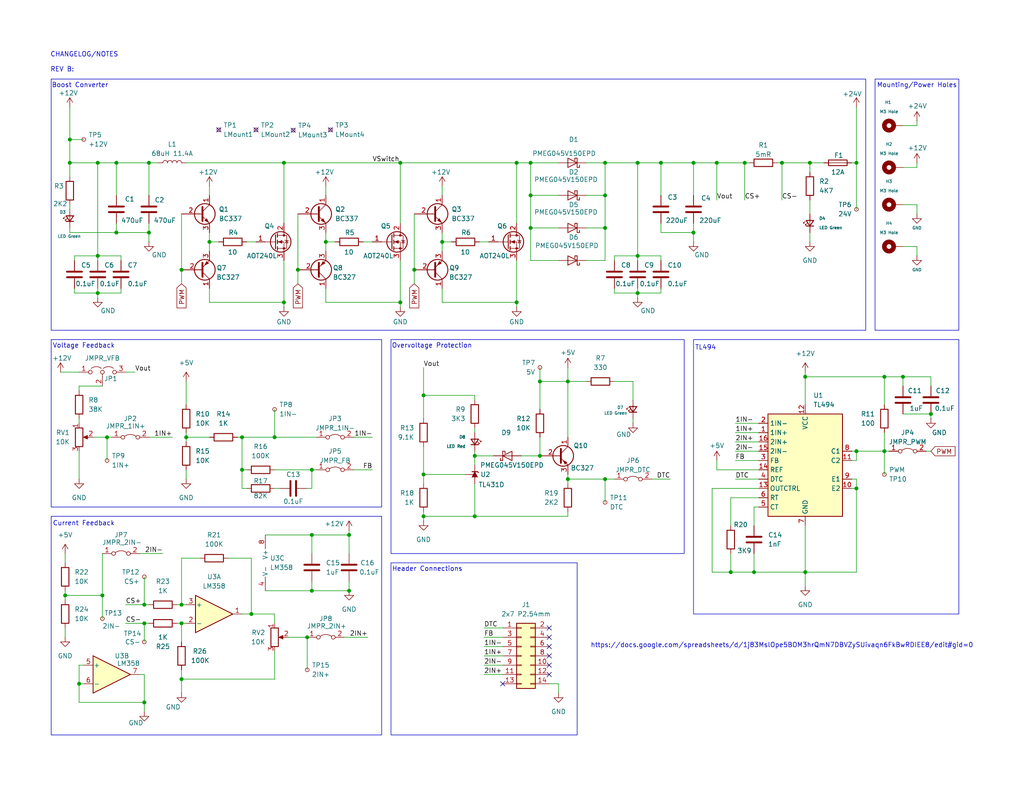
<source format=kicad_sch>
(kicad_sch (version 20231120) (generator "eeschema") (generator_version "8.0")
  (paper "USLetter")
  (title_block (title "Main"))
  (junction (at 140.97 82.55))
  (junction (at 26.67 80.01))
  (junction (at 26.67 44.45))
  (junction (at 173.99 44.45))
  (junction (at 165.1 44.45))
  (junction (at 66.04 119.38))
  (junction (at 83.82 173.99))
  (junction (at 115.57 140.97))
  (junction (at 241.3 102.87))
  (junction (at 40.64 63.5))
  (junction (at 195.58 44.45))
  (junction (at 254 113.03))
  (junction (at 85.09 146.05))
  (junction (at 39.37 165.1))
  (junction (at 147.32 124.46))
  (junction (at 88.9 66.04))
  (junction (at 74.93 119.38))
  (junction (at 144.78 53.34))
  (junction (at 39.37 170.18))
  (junction (at 17.78 162.56))
  (junction (at 19.05 44.45))
  (junction (at 109.22 44.45))
  (junction (at 49.53 185.42))
  (junction (at 49.53 73.66))
  (junction (at 213.36 44.45))
  (junction (at 27.94 162.56))
  (junction (at 26.67 69.85))
  (junction (at 31.75 44.45))
  (junction (at 180.34 44.45))
  (junction (at 66.04 128.27))
  (junction (at 189.23 63.5))
  (junction (at 40.64 44.45))
  (junction (at 129.54 140.97))
  (junction (at 95.25 146.05))
  (junction (at 29.21 119.38))
  (junction (at 154.94 104.14))
  (junction (at 113.03 73.66))
  (junction (at 165.1 130.81))
  (junction (at 233.68 44.45))
  (junction (at 173.99 80.01))
  (junction (at 173.99 69.85))
  (junction (at 81.28 73.66))
  (junction (at 57.15 66.04))
  (junction (at 144.78 44.45))
  (junction (at 205.74 156.21))
  (junction (at 49.53 170.18))
  (junction (at 199.39 156.21))
  (junction (at 50.8 119.38))
  (junction (at 115.57 107.95))
  (junction (at 219.71 156.21))
  (junction (at 246.38 102.87))
  (junction (at 77.47 44.45))
  (junction (at 129.54 124.46))
  (junction (at 147.32 104.14))
  (junction (at 31.75 63.5))
  (junction (at 39.37 191.77))
  (junction (at 219.71 102.87))
  (junction (at 49.53 165.1))
  (junction (at 68.58 167.64))
  (junction (at 85.09 161.29))
  (junction (at 165.1 53.34))
  (junction (at 95.25 161.29))
  (junction (at 241.3 123.19))
  (junction (at 85.09 128.27))
  (junction (at 233.68 133.35))
  (junction (at 77.47 82.55))
  (junction (at 140.97 44.45))
  (junction (at 165.1 62.23))
  (junction (at 115.57 129.54))
  (junction (at 144.78 62.23))
  (junction (at 154.94 130.81))
  (junction (at 233.68 123.19))
  (junction (at 109.22 82.55))
  (junction (at 203.2 44.45))
  (junction (at 21.59 186.69))
  (junction (at 189.23 44.45))
  (junction (at 19.05 38.1))
  (junction (at 220.98 44.45))
  (junction (at 120.65 66.04))
  (no_connect (at 149.86 171.45))
  (no_connect (at 90.1729 35.4479))
  (no_connect (at 137.16 186.69))
  (no_connect (at 149.86 179.07))
  (no_connect (at 69.8529 35.4479))
  (no_connect (at 149.86 181.61))
  (no_connect (at 80.01 35.56))
  (no_connect (at 149.86 184.15))
  (no_connect (at 59.6929 35.4479))
  (no_connect (at 149.86 173.99))
  (no_connect (at 149.86 176.53))
  (wire (pts (xy 33.02 71.12) (xy 33.02 69.85)))
  (wire (pts (xy 220.98 44.45) (xy 220.98 46.99)))
  (wire (pts (xy 68.58 152.4) (xy 68.58 167.64)))
  (wire (pts (xy 127 129.54) (xy 115.57 129.54)))
  (wire (pts (xy 74.93 177.8) (xy 74.93 185.42)))
  (wire (pts (xy 66.04 119.38) (xy 74.93 119.38)))
  (wire (pts (xy 246.38 102.87) (xy 254 102.87)))
  (wire (pts (xy 95.25 161.29) (xy 95.25 158.75)))
  (wire (pts (xy 173.99 44.45) (xy 173.99 69.85)))
  (wire (pts (xy 246.38 67.31) (xy 250.19 67.31)))
  (wire (pts (xy 220.98 63.5) (xy 220.98 66.04)))
  (wire (pts (xy 85.09 146.05) (xy 85.09 151.13)))
  (wire (pts (xy 21.59 186.69) (xy 22.86 186.69)))
  (wire (pts (xy 17.78 162.56) (xy 27.94 162.56)))
  (wire (pts (xy 132.08 184.15) (xy 137.16 184.15)))
  (wire (pts (xy 152.4 186.69) (xy 152.4 189.23)))
  (wire (pts (xy 246.38 34.29) (xy 250.19 34.29)))
  (wire (pts (xy 72.39 161.29) (xy 85.09 161.29)))
  (wire (pts (xy 200.66 115.57) (xy 207.01 115.57)))
  (wire (pts (xy 165.1 130.81) (xy 167.64 130.81)))
  (wire (pts (xy 233.68 29.21) (xy 233.68 44.45)))
  (wire (pts (xy 109.22 44.45) (xy 140.97 44.45)))
  (wire (pts (xy 212.09 44.45) (xy 213.36 44.45)))
  (wire (pts (xy 26.67 44.45) (xy 31.75 44.45)))
  (wire (pts (xy 200.66 120.65) (xy 207.01 120.65)))
  (wire (pts (xy 147.32 104.14) (xy 154.94 104.14)))
  (wire (pts (xy 194.31 133.35) (xy 207.01 133.35)))
  (wire (pts (xy 21.59 186.69) (xy 21.59 191.77)))
  (wire (pts (xy 154.94 129.54) (xy 154.94 130.81)))
  (wire (pts (xy 19.05 29.21) (xy 19.05 38.1)))
  (wire (pts (xy 165.1 62.23) (xy 165.1 53.34)))
  (wire (pts (xy 25.4 119.38) (xy 29.21 119.38)))
  (wire (pts (xy 140.97 44.45) (xy 140.97 60.96)))
  (wire (pts (xy 254 105.41) (xy 254 102.87)))
  (wire (pts (xy 88.9 63.5) (xy 88.9 66.04)))
  (wire (pts (xy 154.94 104.14) (xy 160.02 104.14)))
  (wire (pts (xy 19.05 48.26) (xy 19.05 44.45)))
  (wire (pts (xy 241.3 123.19) (xy 242.57 123.19)))
  (wire (pts (xy 205.74 138.43) (xy 205.74 143.51)))
  (wire (pts (xy 39.37 170.18) (xy 39.37 175.26)))
  (wire (pts (xy 16.51 101.6) (xy 21.59 101.6)))
  (wire (pts (xy 140.97 82.55) (xy 140.97 83.82)))
  (wire (pts (xy 19.05 62.23) (xy 19.05 63.5)))
  (wire (pts (xy 165.1 71.12) (xy 165.1 62.23)))
  (wire (pts (xy 67.31 66.04) (xy 69.85 66.04)))
  (wire (pts (xy 194.31 133.35) (xy 194.31 156.21)))
  (wire (pts (xy 167.64 69.85) (xy 173.99 69.85)))
  (wire (pts (xy 154.94 100.33) (xy 154.94 104.14)))
  (wire (pts (xy 85.09 133.35) (xy 85.09 128.27)))
  (wire (pts (xy 205.74 156.21) (xy 219.71 156.21)))
  (wire (pts (xy 83.82 133.35) (xy 85.09 133.35)))
  (wire (pts (xy 130.81 66.04) (xy 133.35 66.04)))
  (wire (pts (xy 233.68 156.21) (xy 219.71 156.21)))
  (wire (pts (xy 213.36 44.45) (xy 213.36 54.61)))
  (wire (pts (xy 180.34 80.01) (xy 180.34 78.74)))
  (wire (pts (xy 129.54 123.19) (xy 129.54 124.46)))
  (wire (pts (xy 160.02 44.45) (xy 165.1 44.45)))
  (wire (pts (xy 19.05 44.45) (xy 26.67 44.45)))
  (wire (pts (xy 86.36 128.27) (xy 85.09 128.27)))
  (wire (pts (xy 20.32 80.01) (xy 26.67 80.01)))
  (wire (pts (xy 167.64 78.74) (xy 167.64 80.01)))
  (wire (pts (xy 85.09 146.05) (xy 95.25 146.05)))
  (wire (pts (xy 140.97 44.45) (xy 144.78 44.45)))
  (wire (pts (xy 57.15 78.74) (xy 57.15 82.55)))
  (wire (pts (xy 203.2 44.45) (xy 203.2 54.61)))
  (wire (pts (xy 172.72 114.3) (xy 172.72 115.57)))
  (wire (pts (xy 62.23 152.4) (xy 68.58 152.4)))
  (wire (pts (xy 81.28 58.42) (xy 81.28 73.66)))
  (wire (pts (xy 21.59 181.61) (xy 21.59 186.69)))
  (wire (pts (xy 21.59 114.3) (xy 21.59 115.57)))
  (wire (pts (xy 49.53 165.1) (xy 48.26 165.1)))
  (wire (pts (xy 68.58 167.64) (xy 66.04 167.64)))
  (wire (pts (xy 57.15 82.55) (xy 77.47 82.55)))
  (wire (pts (xy 109.22 82.55) (xy 109.22 83.82)))
  (wire (pts (xy 144.78 62.23) (xy 152.4 62.23)))
  (wire (pts (xy 195.58 128.27) (xy 207.01 128.27)))
  (wire (pts (xy 17.78 161.29) (xy 17.78 162.56)))
  (wire (pts (xy 66.04 119.38) (xy 66.04 128.27)))
  (wire (pts (xy 74.93 167.64) (xy 74.93 170.18)))
  (wire (pts (xy 49.53 170.18) (xy 48.26 170.18)))
  (wire (pts (xy 144.78 53.34) (xy 144.78 62.23)))
  (wire (pts (xy 39.37 157.48) (xy 39.37 165.1)))
  (wire (pts (xy 152.4 53.34) (xy 144.78 53.34)))
  (wire (pts (xy 77.47 82.55) (xy 77.47 83.82)))
  (wire (pts (xy 220.98 54.61) (xy 220.98 58.42)))
  (wire (pts (xy 172.72 104.14) (xy 172.72 109.22)))
  (wire (pts (xy 129.54 124.46) (xy 129.54 127)))
  (wire (pts (xy 40.64 44.45) (xy 43.18 44.45)))
  (wire (pts (xy 200.66 123.19) (xy 207.01 123.19)))
  (wire (pts (xy 57.15 66.04) (xy 59.69 66.04)))
  (wire (pts (xy 74.93 111.76) (xy 74.93 119.38)))
  (wire (pts (xy 21.59 123.19) (xy 21.59 130.81)))
  (wire (pts (xy 173.99 71.12) (xy 173.99 69.85)))
  (wire (pts (xy 95.25 146.05) (xy 95.25 151.13)))
  (wire (pts (xy 199.39 156.21) (xy 205.74 156.21)))
  (wire (pts (xy 129.54 132.08) (xy 129.54 140.97)))
  (wire (pts (xy 180.34 53.34) (xy 180.34 44.45)))
  (wire (pts (xy 77.47 44.45) (xy 109.22 44.45)))
  (wire (pts (xy 180.34 71.12) (xy 180.34 69.85)))
  (wire (pts (xy 250.19 67.31) (xy 250.19 69.85)))
  (wire (pts (xy 19.05 38.1) (xy 22.86 38.1)))
  (wire (pts (xy 194.31 156.21) (xy 199.39 156.21)))
  (wire (pts (xy 233.68 123.19) (xy 232.41 123.19)))
  (wire (pts (xy 129.54 140.97) (xy 115.57 140.97)))
  (wire (pts (xy 120.65 82.55) (xy 140.97 82.55)))
  (wire (pts (xy 113.03 58.42) (xy 113.03 73.66)))
  (wire (pts (xy 49.53 185.42) (xy 49.53 189.23)))
  (wire (pts (xy 77.47 44.45) (xy 77.47 60.96)))
  (wire (pts (xy 147.32 124.46) (xy 142.24 124.46)))
  (wire (pts (xy 33.02 69.85) (xy 26.67 69.85)))
  (wire (pts (xy 250.19 45.72) (xy 246.38 45.72)))
  (wire (pts (xy 40.64 60.96) (xy 40.64 63.5)))
  (wire (pts (xy 144.78 44.45) (xy 144.78 53.34)))
  (wire (pts (xy 17.78 171.45) (xy 17.78 173.99)))
  (wire (pts (xy 246.38 55.88) (xy 250.19 55.88)))
  (wire (pts (xy 232.41 125.73) (xy 233.68 125.73)))
  (wire (pts (xy 26.67 71.12) (xy 26.67 69.85)))
  (wire (pts (xy 17.78 162.56) (xy 17.78 163.83)))
  (wire (pts (xy 19.05 55.88) (xy 19.05 57.15)))
  (wire (pts (xy 120.65 66.04) (xy 123.19 66.04)))
  (wire (pts (xy 29.21 119.38) (xy 29.21 125.73)))
  (wire (pts (xy 27.94 105.41) (xy 21.59 105.41)))
  (wire (pts (xy 31.75 63.5) (xy 40.64 63.5)))
  (wire (pts (xy 19.05 63.5) (xy 31.75 63.5)))
  (wire (pts (xy 115.57 139.7) (xy 115.57 140.97)))
  (wire (pts (xy 195.58 125.73) (xy 195.58 128.27)))
  (wire (pts (xy 180.34 60.96) (xy 180.34 63.5)))
  (wire (pts (xy 120.65 50.8) (xy 120.65 53.34)))
  (wire (pts (xy 132.08 173.99) (xy 137.16 173.99)))
  (wire (pts (xy 246.38 102.87) (xy 246.38 105.41)))
  (wire (pts (xy 39.37 170.18) (xy 40.64 170.18)))
  (wire (pts (xy 189.23 44.45) (xy 195.58 44.45)))
  (wire (pts (xy 115.57 129.54) (xy 115.57 132.08)))
  (wire (pts (xy 189.23 63.5) (xy 189.23 66.04)))
  (wire (pts (xy 180.34 69.85) (xy 173.99 69.85)))
  (wire (pts (xy 49.53 152.4) (xy 49.53 165.1)))
  (wire (pts (xy 34.29 165.1) (xy 39.37 165.1)))
  (wire (pts (xy 120.65 78.74) (xy 120.65 82.55)))
  (wire (pts (xy 68.58 167.64) (xy 74.93 167.64)))
  (wire (pts (xy 154.94 104.14) (xy 154.94 119.38)))
  (wire (pts (xy 115.57 121.92) (xy 115.57 129.54)))
  (wire (pts (xy 64.77 119.38) (xy 66.04 119.38)))
  (wire (pts (xy 233.68 125.73) (xy 233.68 123.19)))
  (wire (pts (xy 109.22 71.12) (xy 109.22 82.55)))
  (wire (pts (xy 147.32 119.38) (xy 147.32 124.46)))
  (wire (pts (xy 39.37 184.15) (xy 38.1 184.15)))
  (wire (pts (xy 165.1 53.34) (xy 165.1 44.45)))
  (wire (pts (xy 29.21 119.38) (xy 30.48 119.38)))
  (wire (pts (xy 189.23 60.96) (xy 189.23 63.5)))
  (wire (pts (xy 54.61 152.4) (xy 49.53 152.4)))
  (wire (pts (xy 241.3 102.87) (xy 246.38 102.87)))
  (wire (pts (xy 189.23 53.34) (xy 189.23 44.45)))
  (wire (pts (xy 173.99 80.01) (xy 173.99 81.28)))
  (wire (pts (xy 96.52 119.38) (xy 101.6 119.38)))
  (wire (pts (xy 213.36 44.45) (xy 220.98 44.45)))
  (wire (pts (xy 254 114.3) (xy 254 113.03)))
  (wire (pts (xy 120.65 66.04) (xy 120.65 68.58)))
  (wire (pts (xy 113.03 73.66) (xy 113.03 77.47)))
  (wire (pts (xy 50.8 118.11) (xy 50.8 119.38)))
  (wire (pts (xy 20.32 69.85) (xy 26.67 69.85)))
  (wire (pts (xy 66.04 133.35) (xy 67.31 133.35)))
  (wire (pts (xy 31.75 44.45) (xy 31.75 53.34)))
  (wire (pts (xy 81.28 73.66) (xy 81.28 77.47)))
  (wire (pts (xy 109.22 44.45) (xy 109.22 60.96)))
  (wire (pts (xy 233.68 130.81) (xy 233.68 133.35)))
  (wire (pts (xy 200.66 130.81) (xy 207.01 130.81)))
  (wire (pts (xy 177.8 130.81) (xy 182.88 130.81)))
  (wire (pts (xy 250.19 55.88) (xy 250.19 58.42)))
  (wire (pts (xy 39.37 165.1) (xy 40.64 165.1)))
  (wire (pts (xy 219.71 101.6) (xy 219.71 102.87)))
  (wire (pts (xy 132.08 171.45) (xy 137.16 171.45)))
  (wire (pts (xy 33.02 80.01) (xy 33.02 78.74)))
  (wire (pts (xy 50.8 165.1) (xy 49.53 165.1)))
  (wire (pts (xy 160.02 71.12) (xy 165.1 71.12)))
  (wire (pts (xy 49.53 185.42) (xy 74.93 185.42)))
  (wire (pts (xy 250.19 44.45) (xy 250.19 45.72)))
  (wire (pts (xy 154.94 140.97) (xy 129.54 140.97)))
  (wire (pts (xy 38.1 151.13) (xy 44.45 151.13)))
  (wire (pts (xy 147.32 104.14) (xy 147.32 111.76)))
  (wire (pts (xy 96.52 128.27) (xy 101.6 128.27)))
  (wire (pts (xy 34.29 170.18) (xy 39.37 170.18)))
  (wire (pts (xy 49.53 58.42) (xy 49.53 73.66)))
  (wire (pts (xy 74.93 119.38) (xy 86.36 119.38)))
  (wire (pts (xy 219.71 156.21) (xy 219.71 160.02)))
  (wire (pts (xy 26.67 80.01) (xy 26.67 81.28)))
  (wire (pts (xy 134.62 124.46) (xy 129.54 124.46)))
  (wire (pts (xy 195.58 44.45) (xy 203.2 44.45)))
  (wire (pts (xy 88.9 50.8) (xy 88.9 53.34)))
  (wire (pts (xy 49.53 170.18) (xy 49.53 175.26)))
  (wire (pts (xy 200.66 125.73) (xy 207.01 125.73)))
  (wire (pts (xy 115.57 140.97) (xy 115.57 142.24)))
  (wire (pts (xy 50.8 119.38) (xy 57.15 119.38)))
  (wire (pts (xy 99.06 66.04) (xy 101.6 66.04)))
  (wire (pts (xy 165.1 44.45) (xy 173.99 44.45)))
  (wire (pts (xy 34.29 101.6) (xy 36.83 101.6)))
  (wire (pts (xy 167.64 71.12) (xy 167.64 69.85)))
  (wire (pts (xy 120.65 63.5) (xy 120.65 66.04)))
  (wire (pts (xy 57.15 50.8) (xy 57.15 53.34)))
  (wire (pts (xy 154.94 140.97) (xy 154.94 139.7)))
  (wire (pts (xy 250.19 34.29) (xy 250.19 33.02)))
  (wire (pts (xy 233.68 133.35) (xy 233.68 156.21)))
  (wire (pts (xy 207.01 138.43) (xy 205.74 138.43)))
  (wire (pts (xy 219.71 102.87) (xy 241.3 102.87)))
  (wire (pts (xy 233.68 123.19) (xy 241.3 123.19)))
  (wire (pts (xy 160.02 62.23) (xy 165.1 62.23)))
  (wire (pts (xy 88.9 82.55) (xy 109.22 82.55)))
  (wire (pts (xy 132.08 176.53) (xy 137.16 176.53)))
  (wire (pts (xy 233.68 44.45) (xy 232.41 44.45)))
  (wire (pts (xy 95.25 144.78) (xy 95.25 146.05)))
  (wire (pts (xy 207.01 135.89) (xy 199.39 135.89)))
  (wire (pts (xy 173.99 80.01) (xy 180.34 80.01)))
  (wire (pts (xy 49.53 73.66) (xy 49.53 77.47)))
  (wire (pts (xy 199.39 135.89) (xy 199.39 143.51)))
  (wire (pts (xy 246.38 113.03) (xy 254 113.03)))
  (wire (pts (xy 167.64 80.01) (xy 173.99 80.01)))
  (wire (pts (xy 160.02 53.34) (xy 165.1 53.34)))
  (wire (pts (xy 50.8 44.45) (xy 77.47 44.45)))
  (wire (pts (xy 49.53 182.88) (xy 49.53 185.42)))
  (wire (pts (xy 204.47 44.45) (xy 203.2 44.45)))
  (wire (pts (xy 85.09 161.29) (xy 95.25 161.29)))
  (wire (pts (xy 144.78 71.12) (xy 152.4 71.12)))
  (wire (pts (xy 144.78 62.23) (xy 144.78 71.12)))
  (wire (pts (xy 233.68 44.45) (xy 233.68 57.15)))
  (wire (pts (xy 173.99 44.45) (xy 180.34 44.45)))
  (wire (pts (xy 88.9 66.04) (xy 88.9 68.58)))
  (wire (pts (xy 93.98 173.99) (xy 100.33 173.99)))
  (wire (pts (xy 200.66 118.11) (xy 207.01 118.11)))
  (wire (pts (xy 31.75 44.45) (xy 40.64 44.45)))
  (wire (pts (xy 180.34 63.5) (xy 189.23 63.5)))
  (wire (pts (xy 74.93 128.27) (xy 85.09 128.27)))
  (wire (pts (xy 219.71 143.51) (xy 219.71 156.21)))
  (wire (pts (xy 129.54 107.95) (xy 115.57 107.95)))
  (wire (pts (xy 50.8 119.38) (xy 50.8 120.65)))
  (wire (pts (xy 57.15 66.04) (xy 57.15 68.58)))
  (wire (pts (xy 129.54 116.84) (xy 129.54 118.11)))
  (wire (pts (xy 39.37 184.15) (xy 39.37 191.77)))
  (wire (pts (xy 220.98 44.45) (xy 224.79 44.45)))
  (wire (pts (xy 85.09 161.29) (xy 85.09 158.75)))
  (wire (pts (xy 50.8 104.14) (xy 50.8 110.49)))
  (wire (pts (xy 20.32 78.74) (xy 20.32 80.01)))
  (wire (pts (xy 241.3 118.11) (xy 241.3 123.19)))
  (wire (pts (xy 252.73 123.19) (xy 254 123.19)))
  (wire (pts (xy 241.3 102.87) (xy 241.3 110.49)))
  (wire (pts (xy 189.23 44.45) (xy 180.34 44.45)))
  (wire (pts (xy 26.67 80.01) (xy 33.02 80.01)))
  (wire (pts (xy 219.71 102.87) (xy 219.71 110.49)))
  (wire (pts (xy 205.74 151.13) (xy 205.74 156.21)))
  (wire (pts (xy 78.74 173.99) (xy 83.82 173.99)))
  (wire (pts (xy 40.64 119.38) (xy 46.99 119.38)))
  (wire (pts (xy 26.67 78.74) (xy 26.67 80.01)))
  (wire (pts (xy 165.1 130.81) (xy 165.1 137.16)))
  (wire (pts (xy 66.04 128.27) (xy 67.31 128.27)))
  (wire (pts (xy 132.08 181.61) (xy 137.16 181.61)))
  (wire (pts (xy 172.72 104.14) (xy 167.64 104.14)))
  (wire (pts (xy 149.86 186.69) (xy 152.4 186.69)))
  (wire (pts (xy 115.57 107.95) (xy 115.57 114.3)))
  (wire (pts (xy 241.3 123.19) (xy 241.3 129.54)))
  (wire (pts (xy 129.54 109.22) (xy 129.54 107.95)))
  (wire (pts (xy 144.78 44.45) (xy 152.4 44.45)))
  (wire (pts (xy 233.68 133.35) (xy 232.41 133.35)))
  (wire (pts (xy 50.8 128.27) (xy 50.8 130.81)))
  (wire (pts (xy 50.8 170.18) (xy 49.53 170.18)))
  (wire (pts (xy 83.82 173.99) (xy 83.82 182.88)))
  (wire (pts (xy 88.9 78.74) (xy 88.9 82.55)))
  (wire (pts (xy 27.94 151.13) (xy 27.94 162.56)))
  (wire (pts (xy 195.58 44.45) (xy 195.58 54.61)))
  (wire (pts (xy 39.37 191.77) (xy 39.37 194.31)))
  (wire (pts (xy 19.05 38.1) (xy 19.05 44.45)))
  (wire (pts (xy 154.94 130.81) (xy 154.94 132.08)))
  (wire (pts (xy 40.64 44.45) (xy 40.64 53.34)))
  (wire (pts (xy 115.57 100.33) (xy 115.57 107.95)))
  (wire (pts (xy 66.04 128.27) (xy 66.04 133.35)))
  (wire (pts (xy 21.59 191.77) (xy 39.37 191.77)))
  (wire (pts (xy 88.9 66.04) (xy 91.44 66.04)))
  (wire (pts (xy 26.67 44.45) (xy 26.67 69.85)))
  (wire (pts (xy 31.75 60.96) (xy 31.75 63.5)))
  (wire (pts (xy 17.78 151.13) (xy 17.78 153.67)))
  (wire (pts (xy 40.64 63.5) (xy 40.64 66.04)))
  (wire (pts (xy 199.39 151.13) (xy 199.39 156.21)))
  (wire (pts (xy 72.39 146.05) (xy 85.09 146.05)))
  (wire (pts (xy 233.68 130.81) (xy 232.41 130.81)))
  (wire (pts (xy 57.15 63.5) (xy 57.15 66.04)))
  (wire (pts (xy 154.94 130.81) (xy 165.1 130.81)))
  (wire (pts (xy 20.32 71.12) (xy 20.32 69.85)))
  (wire (pts (xy 132.08 179.07) (xy 137.16 179.07)))
  (wire (pts (xy 140.97 71.12) (xy 140.97 82.55)))
  (wire (pts (xy 147.32 100.33) (xy 147.32 104.14)))
  (wire (pts (xy 74.93 133.35) (xy 76.2 133.35)))
  (wire (pts (xy 21.59 105.41) (xy 21.59 106.68)))
  (wire (pts (xy 77.47 71.12) (xy 77.47 82.55)))
  (wire (pts (xy 173.99 78.74) (xy 173.99 80.01)))
  (wire (pts (xy 27.94 162.56) (xy 27.94 168.91)))
  (wire (pts (xy 21.59 181.61) (xy 22.86 181.61)))
  (rectangle (start 238.76 21.59) (end 261.62 90.17))
  (rectangle (start 189.23 92.71) (end 261.62 167.64))
  (rectangle (start 13.97 140.97) (end 104.14 200.66))
  (rectangle (start 106.68 153.67) (end 157.48 200.66))
  (rectangle (start 13.97 21.59) (end 236.22 90.17))
  (rectangle (start 106.68 92.71) (end 186.69 151.13))
  (rectangle (start 13.97 92.71) (end 104.14 138.43))
  (text "TL494" (at 192.532 94.996 0) (effects (font (size 1.27 1.27))))
  (text "Boost Converter\n" (at 21.844 23.368 0) (effects (font (size 1.27 1.27))))
  (text "https://docs.google.com/spreadsheets/d/1j83MslOpe5BOM3hrQmN7DBVZySUivaqn6FkBwRDIEE8/edit#gid=0" (at 213.36 176.276 0) (effects (font (size 1.27 1.27))))
  (text "Voltage Feedback\n" (at 22.86 94.488 0) (effects (font (size 1.27 1.27))))
  (text "Mounting/Power Holes" (at 250.19 23.368 0) (effects (font (size 1.27 1.27))))
  (text "Overvoltage Protection" (at 117.856 94.488 0) (effects (font (size 1.27 1.27))))
  (text "Current Feedback\n" (at 22.86 143.002 0) (effects (font (size 1.27 1.27))))
  (text "Header Connections" (at 116.586 155.448 0) (effects (font (size 1.27 1.27))))
  (text "CHANGELOG/NOTES\n\nREV B: " (at 13.716 19.812 0) (effects (font (size 1.27 1.27)) (justify left bottom)))
  (label "FB" (at 200.66 125.73 0))
  (label "1IN-" (at 200.66 115.57 0))
  (label "1IN+" (at 200.66 118.11 0))
  (label "1IN+" (at 46.99 119.38 180))
  (label "Vout" (at 195.58 54.61 0))
  (label "1IN-" (at 101.6 119.38 180))
  (label "2IN+" (at 100.33 173.99 180))
  (label "Vout" (at 115.57 100.33 0))
  (label "2IN-" (at 132.08 181.61 0))
  (label "2IN+" (at 200.66 120.65 0))
  (label "FB" (at 132.08 173.99 0))
  (label "1IN+" (at 132.08 179.07 0))
  (label "CS+" (at 34.29 165.1 0))
  (label "VSwitch" (at 101.6 44.45 0))
  (label "2IN-" (at 200.66 123.19 0))
  (label "2IN+" (at 132.08 184.15 0))
  (label "1IN-" (at 132.08 176.53 0))
  (label "CS+" (at 203.2 54.61 0))
  (label "FB" (at 101.6 128.27 180))
  (label "DTC" (at 132.08 171.45 0))
  (label "Vout" (at 36.83 101.6 0))
  (label "CS-" (at 213.36 54.61 0))
  (label "2IN-" (at 44.45 151.13 180))
  (label "DTC" (at 200.66 130.81 0))
  (label "CS-" (at 34.29 170.18 0))
  (label "DTC" (at 182.88 130.81 180))
  (global_label "PWM" (shape input) (at 81.28 77.47 270) (property "Intersheetrefs" "${INTERSHEET_REFS}" (effects (hide yes))))
  (global_label "PWM" (shape input) (at 49.53 77.47 270) (property "Intersheetrefs" "${INTERSHEET_REFS}" (effects (hide yes))))
  (global_label "PWM" (shape input) (at 254 123.19 0) (property "Intersheetrefs" "${INTERSHEET_REFS}" (effects (hide yes))))
  (global_label "PWM" (shape input) (at 113.03 77.47 270) (property "Intersheetrefs" "${INTERSHEET_REFS}" (effects (hide yes))))
  (symbol (lib_id "Connector:TestPoint_Small") (at 83.82 182.88 0) (unit 1)
    (property "Reference" "TP15" (at 85.09 181.6099 0) (effects (justify left)))
    (property "Value" "2IN+" (at 85.09 184.1499 0) (effects (justify left)))
    (property "Footprint" "TestPoint:TestPoint_Loop_D2.54mm_Drill1.5mm_Beaded" (effects (hide yes)))
    (property "Description" "test point" (effects (hide yes)))
  )
  (symbol (lib_id "Connector:TestPoint_Small") (at 74.93 111.76 0) (unit 1)
    (property "Reference" "TP8" (at 76.2 110.4899 0) (effects (justify left)))
    (property "Value" "1IN-" (at 76.2 113.0299 0) (effects (justify left)))
    (property "Footprint" "TestPoint:TestPoint_Loop_D2.54mm_Drill1.5mm_Beaded" (effects (hide yes)))
    (property "Description" "test point" (effects (hide yes)))
  )
  (symbol (lib_id "Device:C") (at 167.64 74.93 0) (unit 1)
    (property "Reference" "C8" (at 169.418 72.39 0) (effects (justify left)))
    (property "Value" "0.1uF" (at 167.894 77.47 0) (effects (justify left)))
    (property "Footprint" "Capacitor_SMD:C_0805_2012Metric" (effects (hide yes)))
    (property "Description" "Unpolarized capacitor" (effects (hide yes)))
  )
  (symbol (lib_id "power:+12V") (at 120.65 50.8 0) (unit 1)
    (property "Reference" "#PWR07" (effects (hide yes)))
    (property "Value" "+12V" (at 117.602 46.99 0) (effects (justify left)))
    (property "Description" "Power symbol creates a global label with name \"+12V\"" (effects (hide yes)))
  )
  (symbol (lib_id "Connector:TestPoint_Small") (at 29.21 125.73 0) (unit 1)
    (property "Reference" "TP9" (at 30.48 124.4599 0) (effects (justify left)))
    (property "Value" "1IN+" (at 30.48 126.9999 0) (effects (justify left)))
    (property "Footprint" "TestPoint:TestPoint_Loop_D2.54mm_Drill1.5mm_Beaded" (effects (hide yes)))
    (property "Description" "test point" (effects (hide yes)))
  )
  (symbol (lib_name "GND_1") (lib_id "power:GND") (at 250.19 69.85 0) (unit 1)
    (property "Reference" "#PWR012" (effects (hide yes)))
    (property "Value" "GND" (at 250.19 73.66 0) (effects (font (size 0.8 0.8))))
    (property "Description" "Power symbol creates a global label with name \"GND\" , ground" (effects (hide yes)))
  )
  (symbol (lib_id "Connector:TestPoint_Small") (at 80.01 35.56 0) (unit 1)
    (property "Reference" "TP4" (at 81.28 34.2899 0) (effects (justify left)))
    (property "Value" "LMount3" (at 81.28 36.8299 0) (effects (justify left)))
    (property "Footprint" "TestPoint:TestPoint_Loop_D2.54mm_Drill1.5mm_Beaded" (effects (hide yes)))
    (property "Description" "test point" (effects (hide yes)))
  )
  (symbol (lib_id "Device:C") (at 254 109.22 0) (unit 1)
    (property "Reference" "C12" (at 255.27 106.68 0) (effects (justify left)))
    (property "Value" "0.1uF" (at 255.016 111.506 0) (effects (justify left)))
    (property "Footprint" "Capacitor_SMD:C_0805_2012Metric" (effects (hide yes)))
    (property "Description" "Unpolarized capacitor" (effects (hide yes)))
  )
  (symbol (lib_id "Device:C") (at 20.32 74.93 0) (unit 1)
    (property "Reference" "C5" (at 22.098 72.39 0) (effects (justify left)))
    (property "Value" "0.1uF" (at 20.574 77.47 0) (effects (justify left)))
    (property "Footprint" "Capacitor_SMD:C_0805_2012Metric" (effects (hide yes)))
    (property "Description" "Unpolarized capacitor" (effects (hide yes)))
  )
  (symbol (lib_id "Connector:TestPoint_Small") (at 69.8529 35.4479 0) (unit 1)
    (property "Reference" "TP2" (at 71.1229 34.1778 0) (effects (justify left)))
    (property "Value" "LMount2" (at 71.1229 36.7178 0) (effects (justify left)))
    (property "Footprint" "TestPoint:TestPoint_Loop_D2.54mm_Drill1.5mm_Beaded" (effects (hide yes)))
    (property "Description" "test point" (effects (hide yes)))
  )
  (symbol (lib_id "Device:R") (at 44.45 165.1 270) (mirror x) (unit 1)
    (property "Reference" "R23" (at 44.45 158.75 90))
    (property "Value" "1K" (at 44.45 161.29 90))
    (property "Footprint" "Resistor_SMD:R_0805_2012Metric" (effects (hide yes)))
    (property "Description" "Resistor" (effects (hide yes)))
  )
  (symbol (lib_id "Transistor_BJT:BC337") (at 54.61 58.42 0) (unit 1)
    (property "Reference" "Q1" (at 59.69 57.1499 0) (effects (justify left)))
    (property "Value" "BC337" (at 59.69 59.6899 0) (effects (justify left)))
    (property "Footprint" "Package_TO_SOT_THT:TO-92_Inline" (effects (hide yes)))
    (property "Datasheet" "https://diotec.com/tl_files/diotec/files/pdf/datasheets/bc337.pdf" (effects (hide yes)))
    (property "Description" "0.8A Ic, 45V Vce, NPN Transistor, TO-92" (effects (hide yes)))
  )
  (symbol (lib_id "Device:Fuse") (at 228.6 44.45 90) (unit 1)
    (property "Reference" "F1" (at 228.854 42.418 90))
    (property "Value" "12A" (at 228.6 46.99 90))
    (property "Footprint" "Fuse:Fuseholder_Clip-6.3x32mm_Littelfuse_102071_Inline_P34.70x7.60mm_D2.00mm_Horizontal" (effects (hide yes)))
    (property "Datasheet" "https://www.digikey.com/en/products/detail/bel-fuse-inc/0ADAP9120-RE/8028490" (effects (hide yes)))
    (property "Description" "Fuse" (effects (hide yes)))
  )
  (symbol (lib_id "Amplifier_Operational:LM358") (at 58.42 167.64 0) (unit 1)
    (property "Reference" "U3" (at 58.42 157.48 0))
    (property "Value" "LM358" (at 58.42 160.02 0))
    (property "Footprint" "Package_DIP:DIP-8_W7.62mm_Socket" (effects (hide yes)))
    (property "Datasheet" "http://www.ti.com/lit/ds/symlink/lm2904-n.pdf" (effects (hide yes)))
    (property "Description" "Low-Power, Dual Operational Amplifiers, DIP-8/SOIC-8/TO-99-8" (effects (hide yes)))
  )
  (symbol (lib_id "power:GND") (at 39.37 194.31 0) (mirror y) (unit 1)
    (property "Reference" "#PWR035" (effects (hide yes)))
    (property "Value" "GND" (at 37.084 197.358 0))
    (property "Description" "Power symbol creates a global label with name \"GND\" , ground" (effects (hide yes)))
  )
  (symbol (lib_id "power:+24V") (at 233.68 29.21 0) (unit 1)
    (property "Reference" "#PWR02" (effects (hide yes)))
    (property "Value" "+24V" (at 229.87 25.654 0) (effects (justify left)))
    (property "Description" "Power symbol creates a global label with name \"+24V\"" (effects (hide yes)))
  )
  (symbol (lib_id "Device:LED_Small") (at 19.05 59.69 90) (unit 1)
    (property "Reference" "D3" (at 16.256 57.912 90) (effects (font (size 0.8 0.8)) (justify right)))
    (property "Value" "LED Green" (at 15.748 64.516 90) (effects (font (size 0.8 0.8)) (justify right)))
    (property "Footprint" "LED_SMD:LED_0805_2012Metric" (effects (hide yes)))
    (property "Description" "Light emitting diode, small symbol" (effects (hide yes)))
  )
  (symbol (lib_id "Diode:PMEG045V150EPD") (at 156.21 44.45 180) (unit 1)
    (property "Reference" "D1" (at 156.5275 38.1 0))
    (property "Value" "PMEG045V150EPD" (at 153.924 41.91 0))
    (property "Footprint" "Package_TO_SOT_SMD:Nexperia_CFP15_SOT-1289" (effects (hide yes)))
    (property "Datasheet" "https://assets.nexperia.com/documents/data-sheet/PMEG045V150EPD.pdf" (effects (hide yes)))
    (property "Description" "45V, 15A low Vf MEGA Schottky barrier rectifier, SOT-1289" (effects (hide yes)))
  )
  (symbol (lib_id "power:GND") (at 95.25 161.29 0) (unit 1)
    (property "Reference" "#PWR031" (effects (hide yes)))
    (property "Value" "GND" (at 95.25 166.37 0))
    (property "Description" "Power symbol creates a global label with name \"GND\" , ground" (effects (hide yes)))
  )
  (symbol (lib_id "power:GND") (at 26.67 81.28 0) (unit 1)
    (property "Reference" "#PWR013" (effects (hide yes)))
    (property "Value" "GND" (at 29.464 84.836 0))
    (property "Description" "Power symbol creates a global label with name \"GND\" , ground" (effects (hide yes)))
  )
  (symbol (lib_id "Device:R") (at 199.39 147.32 0) (unit 1)
    (property "Reference" "R20" (at 200.152 143.256 0) (effects (justify left)))
    (property "Value" "3K9" (at 201.168 150.368 0) (effects (justify left)))
    (property "Footprint" "Resistor_SMD:R_0805_2012Metric" (effects (hide yes)))
    (property "Description" "Resistor" (effects (hide yes)))
  )
  (symbol (lib_id "power:GND") (at 173.99 81.28 0) (unit 1)
    (property "Reference" "#PWR014" (effects (hide yes)))
    (property "Value" "GND" (at 176.784 84.836 0))
    (property "Description" "Power symbol creates a global label with name \"GND\" , ground" (effects (hide yes)))
  )
  (symbol (lib_id "power:+12V") (at 19.05 29.21 0) (unit 1)
    (property "Reference" "#PWR01" (effects (hide yes)))
    (property "Value" "+12V" (at 16.002 25.4 0) (effects (justify left)))
    (property "Description" "Power symbol creates a global label with name \"+12V\"" (effects (hide yes)))
  )
  (symbol (lib_id "Device:R_Potentiometer") (at 21.59 119.38 0) (unit 1)
    (property "Reference" "RV1" (at 19.05 118.1099 0) (effects (justify right)))
    (property "Value" "10K" (at 19.05 120.6499 0) (effects (justify right)))
    (property "Footprint" "Connector_PinHeader_2.54mm:PinHeader_1x03_P2.54mm_Vertical" (effects (hide yes)))
    (property "Datasheet" "https://www.digikey.com/en/products/detail/bourns-inc/PV36W103C01B00/666502" (effects (hide yes)))
    (property "Description" "Potentiometer" (effects (hide yes)))
  )
  (symbol (lib_id "Device:R") (at 115.57 118.11 0) (mirror y) (unit 1)
    (property "Reference" "R13" (at 113.03 116.8399 0) (effects (justify left)))
    (property "Value" "9.1K" (at 113.03 119.3799 0) (effects (justify left)))
    (property "Footprint" "Resistor_SMD:R_0805_2012Metric" (effects (hide yes)))
    (property "Description" "Resistor" (effects (hide yes)))
  )
  (symbol (lib_id "power:+12V") (at 57.15 50.8 0) (unit 1)
    (property "Reference" "#PWR05" (effects (hide yes)))
    (property "Value" "+12V" (at 54.102 46.99 0) (effects (justify left)))
    (property "Description" "Power symbol creates a global label with name \"+12V\"" (effects (hide yes)))
  )
  (symbol (lib_id "Device:L") (at 46.99 44.45 90) (unit 1)
    (property "Reference" "L1" (at 46.99 39.37 90))
    (property "Value" "68uH 11.4A" (at 46.99 41.91 90))
    (property "Footprint" "Inductor_THT:L_Radial_D29.8mm_P29.30mm_Murata_1400series" (effects (hide yes)))
    (property "Datasheet" "https://www.digikey.com/en/products/detail/bourns-inc/1140-680K-RC/774916" (effects (hide yes)))
    (property "Description" "Inductor" (effects (hide yes)))
  )
  (symbol (lib_id "Transistor_BJT:BC327") (at 152.4 124.46 0) (unit 1)
    (property "Reference" "Q10" (at 156.464 121.666 0) (effects (justify left)))
    (property "Value" "BC327" (at 155.702 127.762 0) (effects (justify left)))
    (property "Footprint" "Package_TO_SOT_THT:TO-92_Inline" (effects (hide yes)))
    (property "Datasheet" "http://www.onsemi.com/pub_link/Collateral/BC327-D.PDF" (effects (hide yes)))
    (property "Description" "0.8A Ic, 45V Vce, PNP Transistor, TO-92" (effects (hide yes)))
  )
  (symbol (lib_id "Device:C") (at 80.01 133.35 90) (unit 1)
    (property "Reference" "C13" (at 80.01 129.54 90))
    (property "Value" "0.1uF" (at 80.01 136.906 90))
    (property "Footprint" "Capacitor_SMD:C_0805_2012Metric" (effects (hide yes)))
    (property "Description" "Unpolarized capacitor" (effects (hide yes)))
  )
  (symbol (lib_id "power:+5V") (at 154.94 100.33 0) (mirror y) (unit 1)
    (property "Reference" "#PWR018" (effects (hide yes)))
    (property "Value" "+5V" (at 154.94 96.266 0))
    (property "Description" "Power symbol creates a global label with name \"+5V\"" (effects (hide yes)))
  )
  (symbol (lib_id "Connector:TestPoint_Small") (at 90.1729 35.4479 0) (unit 1)
    (property "Reference" "TP3" (at 91.4429 34.1778 0) (effects (justify left)))
    (property "Value" "LMount4" (at 91.4429 36.7178 0) (effects (justify left)))
    (property "Footprint" "TestPoint:TestPoint_Loop_D2.54mm_Drill1.5mm_Beaded" (effects (hide yes)))
    (property "Description" "test point" (effects (hide yes)))
  )
  (symbol (lib_id "Device:C") (at 180.34 74.93 0) (unit 1)
    (property "Reference" "C10" (at 182.118 72.39 0) (effects (justify left)))
    (property "Value" "0.1uF" (at 182.118 77.47 0) (effects (justify left)))
    (property "Footprint" "Capacitor_SMD:C_0805_2012Metric" (effects (hide yes)))
    (property "Description" "Unpolarized capacitor" (effects (hide yes)))
  )
  (symbol (lib_id "Mechanical:MountingHole_Pad") (at 243.84 45.72 90) (unit 1) (in_bom no)
    (property "Reference" "H2" (at 242.57 39.37 90) (effects (font (size 0.8 0.8))))
    (property "Value" "M3 Hole" (at 242.57 41.91 90) (effects (font (size 0.8 0.8))))
    (property "Footprint" "MountingHole:MountingHole_3.2mm_M3_Pad_TopBottom" (effects (hide yes)))
    (property "Description" "Mounting Hole with connection" (effects (hide yes)))
  )
  (symbol (lib_id "Diode:PMEG045V150EPD") (at 156.21 53.34 180) (unit 1)
    (property "Reference" "D2" (at 156.5275 46.99 0))
    (property "Value" "PMEG045V150EPD" (at 154.432 49.022 0))
    (property "Footprint" "Package_TO_SOT_SMD:Nexperia_CFP15_SOT-1289" (effects (hide yes)))
    (property "Datasheet" "https://assets.nexperia.com/documents/data-sheet/PMEG045V150EPD.pdf" (effects (hide yes)))
    (property "Description" "45V, 15A low Vf MEGA Schottky barrier rectifier, SOT-1289" (effects (hide yes)))
  )
  (symbol (lib_id "Device:R") (at 63.5 66.04 90) (unit 1)
    (property "Reference" "R4" (at 65.024 63.5 90) (effects (justify left)))
    (property "Value" "10" (at 64.77 68.834 90) (effects (justify left)))
    (property "Footprint" "Resistor_SMD:R_0805_2012Metric" (effects (hide yes)))
    (property "Description" "Resistor" (effects (hide yes)))
  )
  (symbol (lib_id "Connector:TestPoint_Small") (at 59.6929 35.4479 0) (unit 1)
    (property "Reference" "TP1" (at 60.9629 34.1778 0) (effects (justify left)))
    (property "Value" "LMount1" (at 60.9629 36.7178 0) (effects (justify left)))
    (property "Footprint" "TestPoint:TestPoint_Loop_D2.54mm_Drill1.5mm_Beaded" (effects (hide yes)))
    (property "Description" "test point" (effects (hide yes)))
  )
  (symbol (lib_id "Device:R") (at 127 66.04 90) (unit 1)
    (property "Reference" "R6" (at 128.524 63.5 90) (effects (justify left)))
    (property "Value" "10" (at 128.27 68.834 90) (effects (justify left)))
    (property "Footprint" "Resistor_SMD:R_0805_2012Metric" (effects (hide yes)))
    (property "Description" "Resistor" (effects (hide yes)))
  )
  (symbol (lib_id "Connector:TestPoint_Small") (at 39.37 157.48 0) (mirror y) (unit 1)
    (property "Reference" "TP12" (at 38.1 156.2099 0) (effects (justify left)))
    (property "Value" "CS+" (at 38.1 158.7499 0) (effects (justify left)))
    (property "Footprint" "TestPoint:TestPoint_Loop_D2.54mm_Drill1.5mm_Beaded" (effects (hide yes)))
    (property "Description" "test point" (effects (hide yes)))
  )
  (symbol (lib_name "GND_1") (lib_id "power:GND") (at 250.19 58.42 0) (unit 1)
    (property "Reference" "#PWR08" (effects (hide yes)))
    (property "Value" "GND" (at 250.19 62.23 0) (effects (font (size 0.8 0.8))))
    (property "Description" "Power symbol creates a global label with name \"GND\" , ground" (effects (hide yes)))
  )
  (symbol (lib_id "power:+12V") (at 88.9 50.8 0) (unit 1)
    (property "Reference" "#PWR06" (effects (hide yes)))
    (property "Value" "+12V" (at 85.852 46.99 0) (effects (justify left)))
    (property "Description" "Power symbol creates a global label with name \"+12V\"" (effects (hide yes)))
  )
  (symbol (lib_id "Transistor_BJT:BC327") (at 86.36 73.66 0) (mirror x) (unit 1)
    (property "Reference" "Q8" (at 92.202 73.152 0))
    (property "Value" "BC327" (at 93.98 75.692 0))
    (property "Footprint" "Package_TO_SOT_THT:TO-92_Inline" (effects (hide yes)))
    (property "Datasheet" "http://www.onsemi.com/pub_link/Collateral/BC327-D.PDF" (effects (hide yes)))
    (property "Description" "0.8A Ic, 45V Vce, PNP Transistor, TO-92" (effects (hide yes)))
  )
  (symbol (lib_id "power:GND") (at 115.57 142.24 0) (mirror y) (unit 1)
    (property "Reference" "#PWR027" (effects (hide yes)))
    (property "Value" "GND" (at 115.57 147.32 0))
    (property "Description" "Power symbol creates a global label with name \"GND\" , ground" (effects (hide yes)))
  )
  (symbol (lib_id "Jumper:Jumper_2_Bridged") (at 172.72 130.81 0) (unit 1)
    (property "Reference" "JP6" (at 172.72 125.73 0))
    (property "Value" "JMPR_DTC" (at 172.72 128.27 0))
    (property "Footprint" "Connector_PinHeader_2.54mm:PinHeader_2x01_P2.54mm_Vertical" (effects (hide yes)))
    (property "Description" "Jumper, 2-pole, closed/bridged" (effects (hide yes)))
  )
  (symbol (lib_id "power:GND") (at 17.78 173.99 0) (unit 1)
    (property "Reference" "#PWR032" (effects (hide yes)))
    (property "Value" "GND" (at 17.78 179.07 0))
    (property "Description" "Power symbol creates a global label with name \"GND\" , ground" (effects (hide yes)))
  )
  (symbol (lib_id "Device:C") (at 205.74 147.32 0) (unit 1)
    (property "Reference" "C14" (at 209.55 146.0499 0) (effects (justify left)))
    (property "Value" "1nF" (at 209.55 148.5899 0) (effects (justify left)))
    (property "Footprint" "Capacitor_SMD:C_0805_2012Metric" (effects (hide yes)))
    (property "Description" "Unpolarized capacitor" (effects (hide yes)))
  )
  (symbol (lib_id "Transistor_BJT:BC337") (at 118.11 58.42 0) (unit 1)
    (property "Reference" "Q3" (at 123.19 57.1499 0) (effects (justify left)))
    (property "Value" "BC337" (at 123.19 59.6899 0) (effects (justify left)))
    (property "Footprint" "Package_TO_SOT_THT:TO-92_Inline" (effects (hide yes)))
    (property "Datasheet" "https://diotec.com/tl_files/diotec/files/pdf/datasheets/bc337.pdf" (effects (hide yes)))
    (property "Description" "0.8A Ic, 45V Vce, NPN Transistor, TO-92" (effects (hide yes)))
  )
  (symbol (lib_id "Device:R") (at 241.3 114.3 0) (mirror y) (unit 1)
    (property "Reference" "R11" (at 238.76 113.0299 0) (effects (justify left)))
    (property "Value" "100" (at 238.76 115.5699 0) (effects (justify left)))
    (property "Footprint" "Resistor_SMD:R_2512_6332Metric" (effects (hide yes)))
    (property "Datasheet" "https://www.digikey.com/en/products/detail/yageo/SR2512JK-7W100RL/9696444" (effects (hide yes)))
    (property "Description" "Resistor" (effects (hide yes)))
  )
  (symbol (lib_id "Mechanical:MountingHole_Pad") (at 243.84 67.31 90) (unit 1) (in_bom no)
    (property "Reference" "H4" (at 242.57 60.96 90) (effects (font (size 0.8 0.8))))
    (property "Value" "M3 Hole" (at 242.57 63.5 90) (effects (font (size 0.8 0.8))))
    (property "Footprint" "MountingHole:MountingHole_3.2mm_M3_Pad_TopBottom" (effects (hide yes)))
    (property "Description" "Mounting Hole with connection" (effects (hide yes)))
  )
  (symbol (lib_id "power:GND") (at 189.23 66.04 0) (unit 1)
    (property "Reference" "#PWR010" (effects (hide yes)))
    (property "Value" "GND" (at 191.516 69.596 0))
    (property "Description" "Power symbol creates a global label with name \"GND\" , ground" (effects (hide yes)))
  )
  (symbol (lib_id "Device:C") (at 180.34 57.15 0) (unit 1)
    (property "Reference" "C3" (at 182.118 53.848 0) (effects (justify left)))
    (property "Value" "220uF" (at 181.61 60.198 0) (effects (justify left)))
    (property "Footprint" "Capacitor_THT:CP_Radial_D10.0mm_P5.00mm" (effects (hide yes)))
    (property "Datasheet" "https://www.digikey.com/en/products/detail/rubycon/50ZLH220MEFC10X16/3563724" (effects (hide yes)))
    (property "Description" "Unpolarized capacitor" (effects (hide yes)))
  )
  (symbol (lib_id "power:GND") (at 109.22 83.82 0) (unit 1)
    (property "Reference" "#PWR016" (effects (hide yes)))
    (property "Value" "GND" (at 109.22 87.884 0))
    (property "Description" "Power symbol creates a global label with name \"GND\" , ground" (effects (hide yes)))
  )
  (symbol (lib_id "Transistor_BJT:BC327") (at 54.61 73.66 0) (mirror x) (unit 1)
    (property "Reference" "Q7" (at 60.452 73.152 0))
    (property "Value" "BC327" (at 62.23 75.692 0))
    (property "Footprint" "Package_TO_SOT_THT:TO-92_Inline" (effects (hide yes)))
    (property "Datasheet" "http://www.onsemi.com/pub_link/Collateral/BC327-D.PDF" (effects (hide yes)))
    (property "Description" "0.8A Ic, 45V Vce, PNP Transistor, TO-92" (effects (hide yes)))
  )
  (symbol (lib_id "Device:R_Potentiometer") (at 74.93 173.99 0) (unit 1)
    (property "Reference" "RV2" (at 72.39 172.7199 0) (effects (justify right)))
    (property "Value" "10K" (at 72.39 175.2599 0) (effects (justify right)))
    (property "Footprint" "Connector_PinHeader_2.54mm:PinHeader_1x03_P2.54mm_Vertical" (effects (hide yes)))
    (property "Datasheet" "https://www.digikey.com/en/products/detail/bourns-inc/PV36W103C01B00/666502" (effects (hide yes)))
    (property "Description" "Potentiometer" (effects (hide yes)))
  )
  (symbol (lib_id "Device:R") (at 17.78 157.48 0) (unit 1)
    (property "Reference" "R22" (at 20.32 156.2099 0) (effects (justify left)))
    (property "Value" "10K" (at 20.32 158.7499 0) (effects (justify left)))
    (property "Footprint" "Resistor_SMD:R_0805_2012Metric" (effects (hide yes)))
    (property "Description" "Resistor" (effects (hide yes)))
  )
  (symbol (lib_id "Device:C") (at 40.64 57.15 0) (unit 1)
    (property "Reference" "C2" (at 42.164 54.61 0) (effects (justify left)))
    (property "Value" "470uF" (at 41.91 60.198 0) (effects (justify left)))
    (property "Footprint" "Capacitor_THT:CP_Radial_D12.5mm_P5.00mm" (effects (hide yes)))
    (property "Datasheet" "https://www.digikey.com/en/products/detail/rubycon/50ZLH470MEFC12-5X20/3564059" (effects (hide yes)))
    (property "Description" "Unpolarized capacitor" (effects (hide yes)))
  )
  (symbol (lib_id "Device:R") (at 71.12 133.35 90) (unit 1)
    (property "Reference" "R17" (at 71.12 131.318 90))
    (property "Value" "82K" (at 71.12 135.382 90))
    (property "Footprint" "Resistor_SMD:R_0805_2012Metric" (effects (hide yes)))
    (property "Description" "Resistor" (effects (hide yes)))
  )
  (symbol (lib_id "Device:R") (at 44.45 170.18 90) (mirror x) (unit 1)
    (property "Reference" "R25" (at 44.45 176.53 90))
    (property "Value" "1K" (at 44.45 173.99 90))
    (property "Footprint" "Resistor_SMD:R_0805_2012Metric" (effects (hide yes)))
    (property "Description" "Resistor" (effects (hide yes)))
  )
  (symbol (lib_id "Transistor_BJT:BC327") (at 118.11 73.66 0) (mirror x) (unit 1)
    (property "Reference" "Q9" (at 123.952 73.152 0))
    (property "Value" "BC327" (at 125.73 75.692 0))
    (property "Footprint" "Package_TO_SOT_THT:TO-92_Inline" (effects (hide yes)))
    (property "Datasheet" "http://www.onsemi.com/pub_link/Collateral/BC327-D.PDF" (effects (hide yes)))
    (property "Description" "0.8A Ic, 45V Vce, PNP Transistor, TO-92" (effects (hide yes)))
  )
  (symbol (lib_id "power:+12V") (at 95.25 144.78 0) (unit 1)
    (property "Reference" "#PWR028" (effects (hide yes)))
    (property "Value" "+12V" (at 91.186 143.002 0))
    (property "Description" "Power symbol creates a global label with name \"+12V\"" (effects (hide yes)))
  )
  (symbol (lib_id "Connector:TestPoint_Small") (at 147.32 100.33 0) (mirror y) (unit 1)
    (property "Reference" "TP7" (at 146.05 99.0599 0) (effects (justify left)))
    (property "Value" "5V" (at 146.05 101.5999 0) (effects (justify left)))
    (property "Footprint" "TestPoint:TestPoint_Loop_D2.54mm_Drill1.5mm_Beaded" (effects (hide yes)))
    (property "Description" "test point" (effects (hide yes)))
  )
  (symbol (lib_id "Device:R") (at 129.54 113.03 0) (mirror y) (unit 1)
    (property "Reference" "R9" (at 127 111.7599 0) (effects (justify left)))
    (property "Value" "3K3" (at 127 114.2999 0) (effects (justify left)))
    (property "Footprint" "Resistor_SMD:R_0805_2012Metric" (effects (hide yes)))
    (property "Description" "Resistor" (effects (hide yes)))
  )
  (symbol (lib_id "Diode:PMEG045V150EPD") (at 156.21 62.23 180) (unit 1)
    (property "Reference" "D5" (at 156.5275 55.88 0))
    (property "Value" "PMEG045V150EPD" (at 154.432 57.912 0))
    (property "Footprint" "Package_TO_SOT_SMD:Nexperia_CFP15_SOT-1289" (effects (hide yes)))
    (property "Datasheet" "https://assets.nexperia.com/documents/data-sheet/PMEG045V150EPD.pdf" (effects (hide yes)))
    (property "Description" "45V, 15A low Vf MEGA Schottky barrier rectifier, SOT-1289" (effects (hide yes)))
  )
  (symbol (lib_id "Device:R") (at 154.94 135.89 0) (mirror y) (unit 1)
    (property "Reference" "R19" (at 152.4 134.6199 0) (effects (justify left)))
    (property "Value" "2K2" (at 152.4 137.1599 0) (effects (justify left)))
    (property "Footprint" "Resistor_SMD:R_0805_2012Metric" (effects (hide yes)))
    (property "Description" "Resistor" (effects (hide yes)))
  )
  (symbol (lib_id "power:GND") (at 254 114.3 0) (unit 1)
    (property "Reference" "#PWR022" (effects (hide yes)))
    (property "Value" "GND" (at 256.286 118.11 0))
    (property "Description" "Power symbol creates a global label with name \"GND\" , ground" (effects (hide yes)))
  )
  (symbol (lib_id "Device:R") (at 21.59 110.49 0) (unit 1)
    (property "Reference" "R8" (at 24.13 109.2199 0) (effects (justify left)))
    (property "Value" "38K" (at 24.13 111.7599 0) (effects (justify left)))
    (property "Footprint" "Resistor_SMD:R_0805_2012Metric" (effects (hide yes)))
    (property "Description" "Resistor" (effects (hide yes)))
  )
  (symbol (lib_id "power:GND") (at 49.53 189.23 0) (mirror y) (unit 1)
    (property "Reference" "#PWR033" (effects (hide yes)))
    (property "Value" "GND" (at 47.244 193.04 0))
    (property "Description" "Power symbol creates a global label with name \"GND\" , ground" (effects (hide yes)))
  )
  (symbol (lib_id "Device:R") (at 19.05 52.07 0) (unit 1)
    (property "Reference" "R3" (at 14.732 50.8 0) (effects (justify left)))
    (property "Value" "2K2" (at 14.478 55.626 0) (effects (justify left)))
    (property "Footprint" "Resistor_SMD:R_0805_2012Metric" (effects (hide yes)))
    (property "Description" "Resistor" (effects (hide yes)))
  )
  (symbol (lib_id "Device:R") (at 58.42 152.4 270) (mirror x) (unit 1)
    (property "Reference" "R21" (at 58.42 146.05 90))
    (property "Value" "100K" (at 58.42 148.59 90))
    (property "Footprint" "Resistor_SMD:R_0805_2012Metric" (effects (hide yes)))
    (property "Description" "Resistor" (effects (hide yes)))
  )
  (symbol (lib_id "Device:R") (at 95.25 66.04 90) (unit 1)
    (property "Reference" "R5" (at 96.774 63.5 90) (effects (justify left)))
    (property "Value" "10" (at 96.52 68.834 90) (effects (justify left)))
    (property "Footprint" "Resistor_SMD:R_0805_2012Metric" (effects (hide yes)))
    (property "Description" "Resistor" (effects (hide yes)))
  )
  (symbol (lib_id "power:GND") (at 220.98 66.04 0) (unit 1)
    (property "Reference" "#PWR011" (effects (hide yes)))
    (property "Value" "GND" (at 220.98 71.12 0))
    (property "Description" "Power symbol creates a global label with name \"GND\" , ground" (effects (hide yes)))
  )
  (symbol (lib_id "Device:R") (at 71.12 128.27 90) (unit 1)
    (property "Reference" "R16" (at 71.12 121.92 90))
    (property "Value" "100K" (at 71.12 124.46 90))
    (property "Footprint" "Resistor_SMD:R_0805_2012Metric" (effects (hide yes)))
    (property "Description" "Resistor" (effects (hide yes)))
  )
  (symbol (lib_id "Device:LED_Small") (at 129.54 120.65 270) (mirror x) (unit 1)
    (property "Reference" "D8" (at 127 119.3165 90) (effects (font (size 0.8 0.8)) (justify right)))
    (property "Value" "LED Red" (at 127 121.8565 90) (effects (font (size 0.8 0.8)) (justify right)))
    (property "Footprint" "LED_SMD:LED_0805_2012Metric" (effects (hide yes)))
    (property "Description" "Light emitting diode, small symbol" (effects (hide yes)))
  )
  (symbol (lib_id "Connector_Generic:Conn_02x07_Odd_Even") (at 142.24 179.07 0) (unit 1)
    (property "Reference" "J1" (at 143.51 165.1 0))
    (property "Value" "2x7 P2.54mm" (at 143.51 167.64 0))
    (property "Footprint" "Connector_PinHeader_2.54mm:PinHeader_2x07_P2.54mm_Vertical" (effects (hide yes)))
    (property "Description" "Generic connector, double row, 02x07, odd/even pin numbering scheme (row 1 odd numbers, row 2 even numbers), script generated (kicad-library-utils/schlib/autogen/connector/)" (effects (hide yes)))
  )
  (symbol (lib_id "Connector:TestPoint_Small") (at 22.86 38.1 0) (unit 1)
    (property "Reference" "TP5" (at 24.13 36.8299 0) (effects (justify left)))
    (property "Value" "+12V" (at 24.13 39.3699 0) (effects (justify left)))
    (property "Footprint" "TestPoint:TestPoint_Loop_D2.54mm_Drill1.5mm_Beaded" (effects (hide yes)))
    (property "Description" "test point" (effects (hide yes)))
  )
  (symbol (lib_id "Jumper:Jumper_2_Bridged") (at 247.65 123.19 0) (unit 1)
    (property "Reference" "JP4" (at 247.65 118.11 0))
    (property "Value" "JMPR_PWM" (at 247.65 120.65 0))
    (property "Footprint" "Connector_PinHeader_2.54mm:PinHeader_2x01_P2.54mm_Vertical" (effects (hide yes)))
    (property "Description" "Jumper, 2-pole, closed/bridged" (effects (hide yes)))
  )
  (symbol (lib_id "power:+24V") (at 250.19 33.02 0) (unit 1)
    (property "Reference" "#PWR03" (effects (hide yes)))
    (property "Value" "+24V" (at 247.65 28.956 0) (effects (justify left)))
    (property "Description" "Power symbol creates a global label with name \"+24V\"" (effects (hide yes)))
  )
  (symbol (lib_id "Device:C") (at 26.67 74.93 0) (unit 1)
    (property "Reference" "C6" (at 28.448 72.39 0) (effects (justify left)))
    (property "Value" "0.1uF" (at 27.178 77.47 0) (effects (justify left)))
    (property "Footprint" "Capacitor_SMD:C_0805_2012Metric" (effects (hide yes)))
    (property "Description" "Unpolarized capacitor" (effects (hide yes)))
  )
  (symbol (lib_id "Device:R") (at 49.53 179.07 180) (unit 1)
    (property "Reference" "R26" (at 52.578 177.8 0) (effects (justify right)))
    (property "Value" "100K" (at 52.07 180.3399 0) (effects (justify right)))
    (property "Footprint" "Resistor_SMD:R_0805_2012Metric" (effects (hide yes)))
    (property "Description" "Resistor" (effects (hide yes)))
  )
  (symbol (lib_id "Device:C") (at 33.02 74.93 0) (unit 1)
    (property "Reference" "C7" (at 34.798 72.39 0) (effects (justify left)))
    (property "Value" "0.1uF" (at 34.798 77.47 0) (effects (justify left)))
    (property "Footprint" "Capacitor_SMD:C_0805_2012Metric" (effects (hide yes)))
    (property "Description" "Unpolarized capacitor" (effects (hide yes)))
  )
  (symbol (lib_id "Amplifier_Operational:LMV358") (at 30.48 184.15 0) (unit 2)
    (property "Reference" "U3" (at 33.274 179.07 0))
    (property "Value" "LM358" (at 35.052 181.102 0))
    (property "Footprint" "Package_DIP:DIP-8_W7.62mm_Socket" (effects (hide yes)))
    (property "Datasheet" "http://www.ti.com/lit/ds/symlink/lmv324.pdf" (effects (hide yes)))
    (property "Description" "Dual Low-Voltage Rail-to-Rail Output Operational Amplifiers, SOIC-8/SSOP-8" (effects (hide yes)))
  )
  (symbol (lib_id "Transistor_FET:IRLZ44N") (at 74.93 66.04 0) (unit 1)
    (property "Reference" "Q4" (at 72.136 61.722 0) (effects (justify left)))
    (property "Value" "AOT240L" (at 67.31 69.85 0) (effects (justify left)))
    (property "Footprint" "Package_TO_SOT_THT:TO-220-3_Vertical" (effects (hide yes)))
    (property "Datasheet" "https://www.digikey.com/en/products/detail/alpha-omega-semiconductor-inc/AOT240L/2769834" (effects (hide yes)))
    (property "Description" " N-Channel 40 V 20A (Ta), 105A (Tc) 1.9W (Ta), 176W (Tc) Through Hole TO-220" (effects (hide yes)))
  )
  (symbol (lib_id "Device:R") (at 147.32 115.57 0) (mirror y) (unit 1)
    (property "Reference" "R12" (at 144.78 114.2999 0) (effects (justify left)))
    (property "Value" "10K" (at 144.78 116.8399 0) (effects (justify left)))
    (property "Footprint" "Resistor_SMD:R_0805_2012Metric" (effects (hide yes)))
    (property "Description" "Resistor" (effects (hide yes)))
  )
  (symbol (lib_id "Jumper:Jumper_3_Open") (at 27.94 101.6 0) (unit 1)
    (property "Reference" "JP1" (at 30.226 103.378 0))
    (property "Value" "JMPR_VFB" (at 27.94 97.79 0))
    (property "Footprint" "Connector_PinHeader_2.54mm:PinHeader_1x03_P2.54mm_Vertical" (effects (hide yes)))
    (property "Description" "Jumper, 3-pole, both open" (effects (hide yes)))
  )
  (symbol (lib_id "power:GND") (at 152.4 189.23 0) (unit 1)
    (property "Reference" "#PWR034" (effects (hide yes)))
    (property "Value" "GND" (at 152.4 194.31 0))
    (property "Description" "Power symbol creates a global label with name \"GND\" , ground" (effects (hide yes)))
  )
  (symbol (lib_id "Mechanical:MountingHole_Pad") (at 243.84 55.88 90) (unit 1) (in_bom no)
    (property "Reference" "H3" (at 242.57 49.53 90) (effects (font (size 0.8 0.8))))
    (property "Value" "M3 Hole" (at 242.57 52.07 90) (effects (font (size 0.8 0.8))))
    (property "Footprint" "MountingHole:MountingHole_3.2mm_M3_Pad_TopBottom" (effects (hide yes)))
    (property "Description" "Mounting Hole with connection" (effects (hide yes)))
  )
  (symbol (lib_id "Diode:PMEG045V150EPD") (at 138.43 124.46 0) (mirror x) (unit 1)
    (property "Reference" "D9" (at 138.1125 118.11 0))
    (property "Value" "PMEG045V150EPD" (at 139.7 127 0))
    (property "Footprint" "Package_TO_SOT_SMD:Nexperia_CFP15_SOT-1289" (effects (hide yes)))
    (property "Datasheet" "https://assets.nexperia.com/documents/data-sheet/PMEG045V150EPD.pdf" (effects (hide yes)))
    (property "Description" "45V, 15A low Vf MEGA Schottky barrier rectifier, SOT-1289" (effects (hide yes)))
  )
  (symbol (lib_id "Connector:TestPoint_Small") (at 233.68 57.15 0) (mirror y) (unit 1)
    (property "Reference" "TP6" (at 232.41 55.8799 0) (effects (justify left)))
    (property "Value" "24V" (at 232.41 58.4199 0) (effects (justify left)))
    (property "Footprint" "TestPoint:TestPoint_Loop_D2.54mm_Drill1.5mm_Beaded" (effects (hide yes)))
    (property "Description" "test point" (effects (hide yes)))
  )
  (symbol (lib_id "Device:R") (at 50.8 114.3 0) (unit 1)
    (property "Reference" "R10" (at 53.34 113.0299 0) (effects (justify left)))
    (property "Value" "10K" (at 53.34 115.5699 0) (effects (justify left)))
    (property "Footprint" "Resistor_SMD:R_0805_2012Metric" (effects (hide yes)))
    (property "Description" "Resistor" (effects (hide yes)))
  )
  (symbol (lib_id "Mechanical:MountingHole_Pad") (at 243.84 34.29 90) (unit 1) (in_bom no)
    (property "Reference" "H1" (at 242.316 27.94 90) (effects (font (size 0.8 0.8))))
    (property "Value" "M3 Hole" (at 242.57 30.48 90) (effects (font (size 0.8 0.8))))
    (property "Footprint" "MountingHole:MountingHole_3.2mm_M3_Pad_TopBottom" (effects (hide yes)))
    (property "Description" "Mounting Hole with connection" (effects (hide yes)))
  )
  (symbol (lib_id "Transistor_FET:IRLZ44N") (at 138.43 66.04 0) (unit 1)
    (property "Reference" "Q6" (at 135.636 61.722 0) (effects (justify left)))
    (property "Value" "AOT240L" (at 130.81 69.85 0) (effects (justify left)))
    (property "Footprint" "Package_TO_SOT_THT:TO-220-3_Vertical" (effects (hide yes)))
    (property "Datasheet" "https://www.digikey.com/en/products/detail/alpha-omega-semiconductor-inc/AOT240L/2769834" (effects (hide yes)))
    (property "Description" " N-Channel 40 V 20A (Ta), 105A (Tc) 1.9W (Ta), 176W (Tc) Through Hole TO-220" (effects (hide yes)))
  )
  (symbol (lib_id "power:GND") (at 77.47 83.82 0) (unit 1)
    (property "Reference" "#PWR015" (effects (hide yes)))
    (property "Value" "GND" (at 77.47 87.884 0))
    (property "Description" "Power symbol creates a global label with name \"GND\" , ground" (effects (hide yes)))
  )
  (symbol (lib_id "Jumper:Jumper_2_Bridged") (at 91.44 128.27 0) (unit 1)
    (property "Reference" "JP5" (at 91.44 123.19 0))
    (property "Value" "JMPR_FB" (at 91.44 125.73 0))
    (property "Footprint" "Connector_PinHeader_2.54mm:PinHeader_2x01_P2.54mm_Vertical" (effects (hide yes)))
    (property "Description" "Jumper, 2-pole, closed/bridged" (effects (hide yes)))
  )
  (symbol (lib_id "power:GND") (at 172.72 115.57 0) (mirror y) (unit 1)
    (property "Reference" "#PWR023" (effects (hide yes)))
    (property "Value" "GND" (at 170.18 118.618 0))
    (property "Description" "Power symbol creates a global label with name \"GND\" , ground" (effects (hide yes)))
  )
  (symbol (lib_id "Jumper:Jumper_2_Bridged") (at 91.44 119.38 0) (unit 1)
    (property "Reference" "JP3" (at 91.44 114.3 0))
    (property "Value" "JMPR_1IN-" (at 91.44 116.84 0))
    (property "Footprint" "Connector_PinHeader_2.54mm:PinHeader_2x01_P2.54mm_Vertical" (effects (hide yes)))
    (property "Description" "Jumper, 2-pole, closed/bridged" (effects (hide yes)))
  )
  (symbol (lib_id "Device:C") (at 173.99 74.93 0) (unit 1)
    (property "Reference" "C9" (at 175.768 72.39 0) (effects (justify left)))
    (property "Value" "0.1uF" (at 174.498 77.47 0) (effects (justify left)))
    (property "Footprint" "Capacitor_SMD:C_0805_2012Metric" (effects (hide yes)))
    (property "Description" "Unpolarized capacitor" (effects (hide yes)))
  )
  (symbol (lib_id "Device:R") (at 220.98 50.8 0) (unit 1)
    (property "Reference" "R2" (at 223.52 49.5299 0) (effects (justify left)))
    (property "Value" "4K7" (at 223.52 52.0699 0) (effects (justify left)))
    (property "Footprint" "Resistor_SMD:R_0805_2012Metric" (effects (hide yes)))
    (property "Description" "Resistor" (effects (hide yes)))
  )
  (symbol (lib_id "Diode:PMEG045V150EPD") (at 156.21 71.12 180) (unit 1)
    (property "Reference" "D6" (at 156.5275 64.77 0))
    (property "Value" "PMEG045V150EPD" (at 154.686 67.056 0))
    (property "Footprint" "Package_TO_SOT_SMD:Nexperia_CFP15_SOT-1289" (effects (hide yes)))
    (property "Datasheet" "https://assets.nexperia.com/documents/data-sheet/PMEG045V150EPD.pdf" (effects (hide yes)))
    (property "Description" "45V, 15A low Vf MEGA Schottky barrier rectifier, SOT-1289" (effects (hide yes)))
  )
  (symbol (lib_id "Jumper:Jumper_2_Bridged") (at 35.56 119.38 0) (unit 1)
    (property "Reference" "JP2" (at 35.56 114.3 0))
    (property "Value" "JMPR_1IN+" (at 34.29 116.332 0))
    (property "Footprint" "Connector_PinHeader_2.54mm:PinHeader_2x01_P2.54mm_Vertical" (effects (hide yes)))
    (property "Description" "Jumper, 2-pole, closed/bridged" (effects (hide yes)))
  )
  (symbol (lib_id "Device:LED_Small") (at 220.98 60.96 90) (unit 1)
    (property "Reference" "D4" (at 223.52 59.6265 90) (effects (font (size 0.8 0.8)) (justify right)))
    (property "Value" "LED Green" (at 223.52 62.1665 90) (effects (font (size 0.8 0.8)) (justify right)))
    (property "Footprint" "LED_SMD:LED_0805_2012Metric" (effects (hide yes)))
    (property "Description" "Light emitting diode, small symbol" (effects (hide yes)))
  )
  (symbol (lib_id "Device:R") (at 115.57 135.89 0) (mirror y) (unit 1)
    (property "Reference" "R18" (at 113.03 134.6199 0) (effects (justify left)))
    (property "Value" "1K" (at 113.03 137.1599 0) (effects (justify left)))
    (property "Footprint" "Resistor_SMD:R_0805_2012Metric" (effects (hide yes)))
    (property "Description" "Resistor" (effects (hide yes)))
  )
  (symbol (lib_id "Jumper:Jumper_2_Bridged") (at 88.9 173.99 0) (unit 1)
    (property "Reference" "JP8" (at 88.9 168.91 0))
    (property "Value" "JMPR_2IN+" (at 89.154 170.942 0))
    (property "Footprint" "Connector_PinHeader_2.54mm:PinHeader_2x01_P2.54mm_Vertical" (effects (hide yes)))
    (property "Description" "Jumper, 2-pole, closed/bridged" (effects (hide yes)))
  )
  (symbol (lib_id "Device:R") (at 50.8 124.46 0) (unit 1)
    (property "Reference" "R15" (at 53.34 123.1899 0) (effects (justify left)))
    (property "Value" "10K" (at 53.34 125.7299 0) (effects (justify left)))
    (property "Footprint" "Resistor_SMD:R_0805_2012Metric" (effects (hide yes)))
    (property "Description" "Resistor" (effects (hide yes)))
  )
  (symbol (lib_id "power:GND") (at 40.64 66.04 0) (unit 1)
    (property "Reference" "#PWR09" (effects (hide yes)))
    (property "Value" "GND" (at 43.434 69.596 0))
    (property "Description" "Power symbol creates a global label with name \"GND\" , ground" (effects (hide yes)))
  )
  (symbol (lib_id "power:GND") (at 219.71 160.02 0) (unit 1)
    (property "Reference" "#PWR030" (effects (hide yes)))
    (property "Value" "GND" (at 219.71 165.1 0))
    (property "Description" "Power symbol creates a global label with name \"GND\" , ground" (effects (hide yes)))
  )
  (symbol (lib_id "power:+5V") (at 17.78 151.13 0) (unit 1)
    (property "Reference" "#PWR029" (effects (hide yes)))
    (property "Value" "+5V" (at 17.78 146.05 0))
    (property "Description" "Power symbol creates a global label with name \"+5V\"" (effects (hide yes)))
  )
  (symbol (lib_id "Amplifier_Operational:LM358") (at 74.93 153.67 0) (unit 3)
    (property "Reference" "U3" (at 73.66 152.3999 0) (effects (justify left)))
    (property "Value" "LM358" (at 73.66 154.9399 0) (effects (justify left)))
    (property "Footprint" "Package_DIP:DIP-8_W7.62mm_Socket" (effects (hide yes)))
    (property "Datasheet" "http://www.ti.com/lit/ds/symlink/lm2904-n.pdf" (effects (hide yes)))
    (property "Description" "Low-Power, Dual Operational Amplifiers, DIP-8/SOIC-8/TO-99-8" (effects (hide yes)))
  )
  (symbol (lib_id "Connector:TestPoint_Small") (at 165.1 137.16 0) (unit 1)
    (property "Reference" "TP11" (at 166.37 135.8899 0) (effects (justify left)))
    (property "Value" "DTC" (at 166.37 138.4299 0) (effects (justify left)))
    (property "Footprint" "TestPoint:TestPoint_Loop_D2.54mm_Drill1.5mm_Beaded" (effects (hide yes)))
    (property "Description" "test point" (effects (hide yes)))
  )
  (symbol (lib_id "Device:C") (at 95.25 154.94 0) (unit 1)
    (property "Reference" "C16" (at 98.298 153.67 0) (effects (justify left)))
    (property "Value" "0.1uF" (at 98.044 156.21 0) (effects (justify left)))
    (property "Footprint" "Capacitor_SMD:C_0805_2012Metric" (effects (hide yes)))
    (property "Description" "Unpolarized capacitor" (effects (hide yes)))
  )
  (symbol (lib_id "Regulator_Controller:TL494") (at 219.71 128.27 0) (unit 1)
    (property "Reference" "U1" (at 221.9041 107.95 0) (effects (justify left)))
    (property "Value" "TL494" (at 221.9041 110.49 0) (effects (justify left)))
    (property "Footprint" "Package_DIP:DIP-16_W7.62mm" (effects (hide yes)))
    (property "Datasheet" "http://www.ti.com/lit/ds/symlink/tl494.pdf" (effects (hide yes)))
    (property "Description" "Pulse-Width-Modulation Control Circuits, PDIP-16/SOIC-16/TSSOP-16" (effects (hide yes)))
  )
  (symbol (lib_id "power:+12V") (at 16.51 101.6 0) (mirror y) (unit 1)
    (property "Reference" "#PWR019" (effects (hide yes)))
    (property "Value" "+12V" (at 19.558 97.79 0) (effects (justify left)))
    (property "Description" "Power symbol creates a global label with name \"+12V\"" (effects (hide yes)))
  )
  (symbol (lib_id "power:GND") (at 21.59 130.81 0) (unit 1)
    (property "Reference" "#PWR025" (effects (hide yes)))
    (property "Value" "GND" (at 21.59 135.89 0))
    (property "Description" "Power symbol creates a global label with name \"GND\" , ground" (effects (hide yes)))
  )
  (symbol (lib_id "Device:C") (at 246.38 109.22 0) (unit 1)
    (property "Reference" "C11" (at 247.65 106.68 0) (effects (justify left)))
    (property "Value" "1uF" (at 248.158 111.506 0) (effects (justify left)))
    (property "Footprint" "Capacitor_SMD:C_0805_2012Metric" (effects (hide yes)))
    (property "Description" "Unpolarized capacitor" (effects (hide yes)))
  )
  (symbol (lib_id "Reference_Voltage:TL431D") (at 129.54 129.54 90) (unit 1)
    (property "Reference" "U2" (at 131.064 129.54 90) (effects (justify right)))
    (property "Value" "TL431D" (at 130.556 132.334 90) (effects (justify right)))
    (property "Footprint" "Package_DIP:DIP-8_W7.62mm_Socket" (effects (hide yes)))
    (property "Datasheet" "http://www.ti.com/lit/ds/symlink/tl431.pdf" (effects (hide yes)))
    (property "Description" "Shunt Regulator, SO-8" (effects (hide yes)))
  )
  (symbol (lib_id "Device:C") (at 189.23 57.15 0) (unit 1)
    (property "Reference" "C4" (at 191.262 54.102 0) (effects (justify left)))
    (property "Value" "220uF" (at 190.754 60.198 0) (effects (justify left)))
    (property "Footprint" "Capacitor_THT:CP_Radial_D10.0mm_P5.00mm" (effects (hide yes)))
    (property "Datasheet" "https://www.digikey.com/en/products/detail/rubycon/50ZLH220MEFC10X16/3563724" (effects (hide yes)))
    (property "Description" "Unpolarized capacitor" (effects (hide yes)))
  )
  (symbol (lib_id "power:+12V") (at 250.19 44.45 0) (unit 1)
    (property "Reference" "#PWR04" (effects (hide yes)))
    (property "Value" "+12V" (at 247.65 40.386 0) (effects (justify left)))
    (property "Description" "Power symbol creates a global label with name \"+12V\"" (effects (hide yes)))
  )
  (symbol (lib_id "Device:R") (at 208.28 44.45 90) (unit 1)
    (property "Reference" "R1" (at 208.28 39.624 90))
    (property "Value" "5mR" (at 208.28 42.164 90))
    (property "Footprint" "Resistor_SMD:R_2512_6332Metric" (effects (hide yes)))
    (property "Datasheet" "https://www.digikey.com/en/products/detail/stackpole-electronics-inc/RMCF2512FT1M00/1758292" (effects (hide yes)))
    (property "Description" "Resistor" (effects (hide yes)))
  )
  (symbol (lib_id "Connector:TestPoint_Small") (at 27.94 168.91 0) (unit 1)
    (property "Reference" "TP13" (at 28.448 167.386 0) (effects (justify left)))
    (property "Value" "2IN-" (at 27.94 170.942 0) (effects (justify left)))
    (property "Footprint" "TestPoint:TestPoint_Loop_D2.54mm_Drill1.5mm_Beaded" (effects (hide yes)))
    (property "Description" "test point" (effects (hide yes)))
  )
  (symbol (lib_id "Device:C") (at 85.09 154.94 0) (unit 1)
    (property "Reference" "C15" (at 88.9 153.6699 0) (effects (justify left)))
    (property "Value" "1uF" (at 88.9 156.2099 0) (effects (justify left)))
    (property "Footprint" "Capacitor_SMD:C_0805_2012Metric" (effects (hide yes)))
    (property "Description" "Unpolarized capacitor" (effects (hide yes)))
  )
  (symbol (lib_id "Jumper:Jumper_2_Bridged") (at 33.02 151.13 0) (unit 1)
    (property "Reference" "JP7" (at 33.02 146.05 0))
    (property "Value" "JMPR_2IN-" (at 33.274 148.082 0))
    (property "Footprint" "Connector_PinHeader_2.54mm:PinHeader_2x01_P2.54mm_Vertical" (effects (hide yes)))
    (property "Description" "Jumper, 2-pole, closed/bridged" (effects (hide yes)))
  )
  (symbol (lib_id "Device:LED_Small") (at 172.72 111.76 90) (unit 1)
    (property "Reference" "D7" (at 168.402 111.252 90) (effects (font (size 0.8 0.8)) (justify right)))
    (property "Value" "LED Green" (at 164.846 112.776 90) (effects (font (size 0.8 0.8)) (justify right)))
    (property "Footprint" "LED_SMD:LED_0805_2012Metric" (effects (hide yes)))
    (property "Description" "Light emitting diode, small symbol" (effects (hide yes)))
  )
  (symbol (lib_id "Device:R") (at 60.96 119.38 90) (unit 1)
    (property "Reference" "R14" (at 60.96 113.03 90))
    (property "Value" "1K" (at 60.96 115.57 90))
    (property "Footprint" "Resistor_SMD:R_0805_2012Metric" (effects (hide yes)))
    (property "Description" "Resistor" (effects (hide yes)))
  )
  (symbol (lib_id "Connector:TestPoint_Small") (at 39.37 175.26 0) (mirror y) (unit 1)
    (property "Reference" "TP14" (at 38.608 172.974 0) (effects (justify left)))
    (property "Value" "CS-" (at 38.354 175.26 0) (effects (justify left)))
    (property "Footprint" "TestPoint:TestPoint_Loop_D2.54mm_Drill1.5mm_Beaded" (effects (hide yes)))
    (property "Description" "test point" (effects (hide yes)))
  )
  (symbol (lib_id "power:+5V") (at 50.8 104.14 0) (unit 1)
    (property "Reference" "#PWR021" (effects (hide yes)))
    (property "Value" "+5V" (at 50.8 99.06 0))
    (property "Description" "Power symbol creates a global label with name \"+5V\"" (effects (hide yes)))
  )
  (symbol (lib_id "Connector:TestPoint_Small") (at 241.3 129.54 0) (mirror x) (unit 1)
    (property "Reference" "TP10" (at 242.57 130.8101 0) (effects (justify left)))
    (property "Value" "PWM" (at 242.57 128.2701 0) (effects (justify left)))
    (property "Footprint" "TestPoint:TestPoint_Loop_D2.54mm_Drill1.5mm_Beaded" (effects (hide yes)))
    (property "Description" "test point" (effects (hide yes)))
  )
  (symbol (lib_id "Device:R") (at 17.78 167.64 0) (unit 1)
    (property "Reference" "R24" (at 20.32 166.3699 0) (effects (justify left)))
    (property "Value" "10K" (at 20.32 168.9099 0) (effects (justify left)))
    (property "Footprint" "Resistor_SMD:R_0805_2012Metric" (effects (hide yes)))
    (property "Description" "Resistor" (effects (hide yes)))
  )
  (symbol (lib_id "Transistor_FET:IRLZ44N") (at 106.68 66.04 0) (unit 1)
    (property "Reference" "Q5" (at 103.886 61.722 0) (effects (justify left)))
    (property "Value" "AOT240L" (at 99.06 69.85 0) (effects (justify left)))
    (property "Footprint" "Package_TO_SOT_THT:TO-220-3_Vertical" (effects (hide yes)))
    (property "Datasheet" "https://www.digikey.com/en/products/detail/alpha-omega-semiconductor-inc/AOT240L/2769834" (effects (hide yes)))
    (property "Description" " N-Channel 40 V 20A (Ta), 105A (Tc) 1.9W (Ta), 176W (Tc) Through Hole TO-220" (effects (hide yes)))
  )
  (symbol (lib_id "power:GND") (at 140.97 83.82 0) (unit 1)
    (property "Reference" "#PWR017" (effects (hide yes)))
    (property "Value" "GND" (at 140.97 87.884 0))
    (property "Description" "Power symbol creates a global label with name \"GND\" , ground" (effects (hide yes)))
  )
  (symbol (lib_id "Device:C") (at 31.75 57.15 0) (unit 1)
    (property "Reference" "C1" (at 34.036 54.356 0) (effects (justify left)))
    (property "Value" "470uF" (at 33.02 60.198 0) (effects (justify left)))
    (property "Footprint" "Capacitor_THT:CP_Radial_D12.5mm_P5.00mm" (effects (hide yes)))
    (property "Datasheet" "https://www.digikey.com/en/products/detail/rubycon/50ZLH470MEFC12-5X20/3564059" (effects (hide yes)))
    (property "Description" "Unpolarized capacitor" (effects (hide yes)))
  )
  (symbol (lib_id "Device:R") (at 163.83 104.14 90) (unit 1)
    (property "Reference" "R7" (at 163.83 97.79 90))
    (property "Value" "330" (at 163.83 100.33 90))
    (property "Footprint" "Resistor_SMD:R_0805_2012Metric" (effects (hide yes)))
    (property "Description" "Resistor" (effects (hide yes)))
  )
  (symbol (lib_id "power:+5V") (at 195.58 125.73 0) (unit 1)
    (property "Reference" "#PWR024" (effects (hide yes)))
    (property "Value" "+5V" (at 193.548 121.666 0) (effects (justify left)))
    (property "Description" "Power symbol creates a global label with name \"+5V\"" (effects (hide yes)))
  )
  (symbol (lib_id "Transistor_BJT:BC337") (at 86.36 58.42 0) (unit 1)
    (property "Reference" "Q2" (at 91.44 57.1499 0) (effects (justify left)))
    (property "Value" "BC337" (at 91.44 59.6899 0) (effects (justify left)))
    (property "Footprint" "Package_TO_SOT_THT:TO-92_Inline" (effects (hide yes)))
    (property "Datasheet" "https://diotec.com/tl_files/diotec/files/pdf/datasheets/bc337.pdf" (effects (hide yes)))
    (property "Description" "0.8A Ic, 45V Vce, NPN Transistor, TO-92" (effects (hide yes)))
  )
  (symbol (lib_id "power:GND") (at 50.8 130.81 0) (unit 1)
    (property "Reference" "#PWR026" (effects (hide yes)))
    (property "Value" "GND" (at 50.8 135.89 0))
    (property "Description" "Power symbol creates a global label with name \"GND\" , ground" (effects (hide yes)))
  )
  (symbol (lib_id "power:+12V") (at 219.71 101.6 0) (unit 1)
    (property "Reference" "#PWR020" (effects (hide yes)))
    (property "Value" "+12V" (at 219.71 96.52 0))
    (property "Description" "Power symbol creates a global label with name \"+12V\"" (effects (hide yes)))
  )
)
</source>
